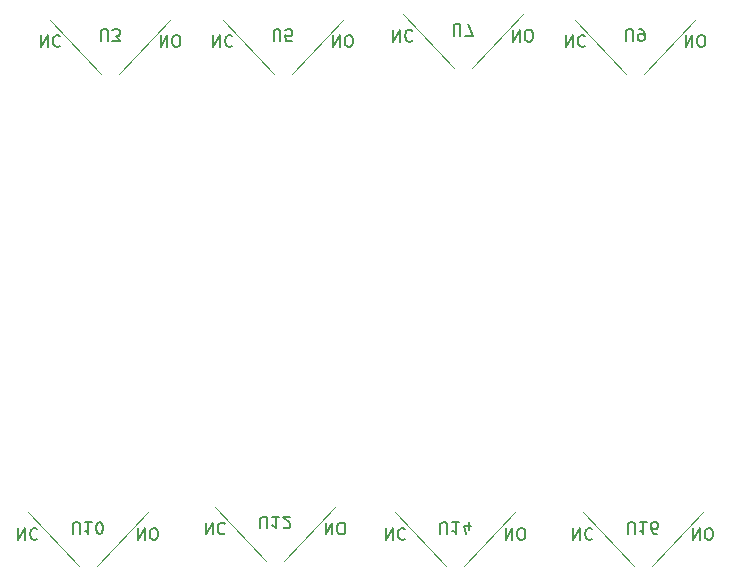
<source format=gbr>
%TF.GenerationSoftware,KiCad,Pcbnew,(6.0.7)*%
%TF.CreationDate,2022-09-05T15:10:35+08:00*%
%TF.ProjectId,6_6,365f362e-6b69-4636-9164-5f7063625858,rev?*%
%TF.SameCoordinates,Original*%
%TF.FileFunction,Legend,Bot*%
%TF.FilePolarity,Positive*%
%FSLAX46Y46*%
G04 Gerber Fmt 4.6, Leading zero omitted, Abs format (unit mm)*
G04 Created by KiCad (PCBNEW (6.0.7)) date 2022-09-05 15:10:35*
%MOMM*%
%LPD*%
G01*
G04 APERTURE LIST*
%ADD10C,0.150000*%
%ADD11C,0.120000*%
G04 APERTURE END LIST*
D10*
%TO.C,U14*%
X74961904Y-94194619D02*
X74961904Y-93385095D01*
X75009523Y-93289857D01*
X75057142Y-93242238D01*
X75152380Y-93194619D01*
X75342857Y-93194619D01*
X75438095Y-93242238D01*
X75485714Y-93289857D01*
X75533333Y-93385095D01*
X75533333Y-94194619D01*
X76533333Y-93194619D02*
X75961904Y-93194619D01*
X76247619Y-93194619D02*
X76247619Y-94194619D01*
X76152380Y-94051761D01*
X76057142Y-93956523D01*
X75961904Y-93908904D01*
X77390476Y-93861285D02*
X77390476Y-93194619D01*
X77152380Y-94242238D02*
X76914285Y-93527952D01*
X77533333Y-93527952D01*
X80470476Y-93702619D02*
X80470476Y-94702619D01*
X81041904Y-93702619D01*
X81041904Y-94702619D01*
X81708571Y-94702619D02*
X81899047Y-94702619D01*
X81994285Y-94655000D01*
X82089523Y-94559761D01*
X82137142Y-94369285D01*
X82137142Y-94035952D01*
X82089523Y-93845476D01*
X81994285Y-93750238D01*
X81899047Y-93702619D01*
X81708571Y-93702619D01*
X81613333Y-93750238D01*
X81518095Y-93845476D01*
X81470476Y-94035952D01*
X81470476Y-94369285D01*
X81518095Y-94559761D01*
X81613333Y-94655000D01*
X81708571Y-94702619D01*
X70334285Y-93702619D02*
X70334285Y-94702619D01*
X70905714Y-93702619D01*
X70905714Y-94702619D01*
X71953333Y-93797857D02*
X71905714Y-93750238D01*
X71762857Y-93702619D01*
X71667619Y-93702619D01*
X71524761Y-93750238D01*
X71429523Y-93845476D01*
X71381904Y-93940714D01*
X71334285Y-94131190D01*
X71334285Y-94274047D01*
X71381904Y-94464523D01*
X71429523Y-94559761D01*
X71524761Y-94655000D01*
X71667619Y-94702619D01*
X71762857Y-94702619D01*
X71905714Y-94655000D01*
X71953333Y-94607380D01*
%TO.C,U5*%
X60833095Y-52459619D02*
X60833095Y-51650095D01*
X60880714Y-51554857D01*
X60928333Y-51507238D01*
X61023571Y-51459619D01*
X61214047Y-51459619D01*
X61309285Y-51507238D01*
X61356904Y-51554857D01*
X61404523Y-51650095D01*
X61404523Y-52459619D01*
X62356904Y-52459619D02*
X61880714Y-52459619D01*
X61833095Y-51983428D01*
X61880714Y-52031047D01*
X61975952Y-52078666D01*
X62214047Y-52078666D01*
X62309285Y-52031047D01*
X62356904Y-51983428D01*
X62404523Y-51888190D01*
X62404523Y-51650095D01*
X62356904Y-51554857D01*
X62309285Y-51507238D01*
X62214047Y-51459619D01*
X61975952Y-51459619D01*
X61880714Y-51507238D01*
X61833095Y-51554857D01*
X65865476Y-51967619D02*
X65865476Y-52967619D01*
X66436904Y-51967619D01*
X66436904Y-52967619D01*
X67103571Y-52967619D02*
X67294047Y-52967619D01*
X67389285Y-52920000D01*
X67484523Y-52824761D01*
X67532142Y-52634285D01*
X67532142Y-52300952D01*
X67484523Y-52110476D01*
X67389285Y-52015238D01*
X67294047Y-51967619D01*
X67103571Y-51967619D01*
X67008333Y-52015238D01*
X66913095Y-52110476D01*
X66865476Y-52300952D01*
X66865476Y-52634285D01*
X66913095Y-52824761D01*
X67008333Y-52920000D01*
X67103571Y-52967619D01*
X55729285Y-51967619D02*
X55729285Y-52967619D01*
X56300714Y-51967619D01*
X56300714Y-52967619D01*
X57348333Y-52062857D02*
X57300714Y-52015238D01*
X57157857Y-51967619D01*
X57062619Y-51967619D01*
X56919761Y-52015238D01*
X56824523Y-52110476D01*
X56776904Y-52205714D01*
X56729285Y-52396190D01*
X56729285Y-52539047D01*
X56776904Y-52729523D01*
X56824523Y-52824761D01*
X56919761Y-52920000D01*
X57062619Y-52967619D01*
X57157857Y-52967619D01*
X57300714Y-52920000D01*
X57348333Y-52872380D01*
%TO.C,U9*%
X90678095Y-52459619D02*
X90678095Y-51650095D01*
X90725714Y-51554857D01*
X90773333Y-51507238D01*
X90868571Y-51459619D01*
X91059047Y-51459619D01*
X91154285Y-51507238D01*
X91201904Y-51554857D01*
X91249523Y-51650095D01*
X91249523Y-52459619D01*
X91773333Y-51459619D02*
X91963809Y-51459619D01*
X92059047Y-51507238D01*
X92106666Y-51554857D01*
X92201904Y-51697714D01*
X92249523Y-51888190D01*
X92249523Y-52269142D01*
X92201904Y-52364380D01*
X92154285Y-52412000D01*
X92059047Y-52459619D01*
X91868571Y-52459619D01*
X91773333Y-52412000D01*
X91725714Y-52364380D01*
X91678095Y-52269142D01*
X91678095Y-52031047D01*
X91725714Y-51935809D01*
X91773333Y-51888190D01*
X91868571Y-51840571D01*
X92059047Y-51840571D01*
X92154285Y-51888190D01*
X92201904Y-51935809D01*
X92249523Y-52031047D01*
X85574285Y-51967619D02*
X85574285Y-52967619D01*
X86145714Y-51967619D01*
X86145714Y-52967619D01*
X87193333Y-52062857D02*
X87145714Y-52015238D01*
X87002857Y-51967619D01*
X86907619Y-51967619D01*
X86764761Y-52015238D01*
X86669523Y-52110476D01*
X86621904Y-52205714D01*
X86574285Y-52396190D01*
X86574285Y-52539047D01*
X86621904Y-52729523D01*
X86669523Y-52824761D01*
X86764761Y-52920000D01*
X86907619Y-52967619D01*
X87002857Y-52967619D01*
X87145714Y-52920000D01*
X87193333Y-52872380D01*
X95710476Y-51967619D02*
X95710476Y-52967619D01*
X96281904Y-51967619D01*
X96281904Y-52967619D01*
X96948571Y-52967619D02*
X97139047Y-52967619D01*
X97234285Y-52920000D01*
X97329523Y-52824761D01*
X97377142Y-52634285D01*
X97377142Y-52300952D01*
X97329523Y-52110476D01*
X97234285Y-52015238D01*
X97139047Y-51967619D01*
X96948571Y-51967619D01*
X96853333Y-52015238D01*
X96758095Y-52110476D01*
X96710476Y-52300952D01*
X96710476Y-52634285D01*
X96758095Y-52824761D01*
X96853333Y-52920000D01*
X96948571Y-52967619D01*
%TO.C,U12*%
X59721904Y-93734619D02*
X59721904Y-92925095D01*
X59769523Y-92829857D01*
X59817142Y-92782238D01*
X59912380Y-92734619D01*
X60102857Y-92734619D01*
X60198095Y-92782238D01*
X60245714Y-92829857D01*
X60293333Y-92925095D01*
X60293333Y-93734619D01*
X61293333Y-92734619D02*
X60721904Y-92734619D01*
X61007619Y-92734619D02*
X61007619Y-93734619D01*
X60912380Y-93591761D01*
X60817142Y-93496523D01*
X60721904Y-93448904D01*
X61674285Y-93639380D02*
X61721904Y-93687000D01*
X61817142Y-93734619D01*
X62055238Y-93734619D01*
X62150476Y-93687000D01*
X62198095Y-93639380D01*
X62245714Y-93544142D01*
X62245714Y-93448904D01*
X62198095Y-93306047D01*
X61626666Y-92734619D01*
X62245714Y-92734619D01*
X55094285Y-93242619D02*
X55094285Y-94242619D01*
X55665714Y-93242619D01*
X55665714Y-94242619D01*
X56713333Y-93337857D02*
X56665714Y-93290238D01*
X56522857Y-93242619D01*
X56427619Y-93242619D01*
X56284761Y-93290238D01*
X56189523Y-93385476D01*
X56141904Y-93480714D01*
X56094285Y-93671190D01*
X56094285Y-93814047D01*
X56141904Y-94004523D01*
X56189523Y-94099761D01*
X56284761Y-94195000D01*
X56427619Y-94242619D01*
X56522857Y-94242619D01*
X56665714Y-94195000D01*
X56713333Y-94147380D01*
X65230476Y-93242619D02*
X65230476Y-94242619D01*
X65801904Y-93242619D01*
X65801904Y-94242619D01*
X66468571Y-94242619D02*
X66659047Y-94242619D01*
X66754285Y-94195000D01*
X66849523Y-94099761D01*
X66897142Y-93909285D01*
X66897142Y-93575952D01*
X66849523Y-93385476D01*
X66754285Y-93290238D01*
X66659047Y-93242619D01*
X66468571Y-93242619D01*
X66373333Y-93290238D01*
X66278095Y-93385476D01*
X66230476Y-93575952D01*
X66230476Y-93909285D01*
X66278095Y-94099761D01*
X66373333Y-94195000D01*
X66468571Y-94242619D01*
%TO.C,U7*%
X76073095Y-51999619D02*
X76073095Y-51190095D01*
X76120714Y-51094857D01*
X76168333Y-51047238D01*
X76263571Y-50999619D01*
X76454047Y-50999619D01*
X76549285Y-51047238D01*
X76596904Y-51094857D01*
X76644523Y-51190095D01*
X76644523Y-51999619D01*
X77025476Y-51999619D02*
X77692142Y-51999619D01*
X77263571Y-50999619D01*
X70969285Y-51507619D02*
X70969285Y-52507619D01*
X71540714Y-51507619D01*
X71540714Y-52507619D01*
X72588333Y-51602857D02*
X72540714Y-51555238D01*
X72397857Y-51507619D01*
X72302619Y-51507619D01*
X72159761Y-51555238D01*
X72064523Y-51650476D01*
X72016904Y-51745714D01*
X71969285Y-51936190D01*
X71969285Y-52079047D01*
X72016904Y-52269523D01*
X72064523Y-52364761D01*
X72159761Y-52460000D01*
X72302619Y-52507619D01*
X72397857Y-52507619D01*
X72540714Y-52460000D01*
X72588333Y-52412380D01*
X81105476Y-51507619D02*
X81105476Y-52507619D01*
X81676904Y-51507619D01*
X81676904Y-52507619D01*
X82343571Y-52507619D02*
X82534047Y-52507619D01*
X82629285Y-52460000D01*
X82724523Y-52364761D01*
X82772142Y-52174285D01*
X82772142Y-51840952D01*
X82724523Y-51650476D01*
X82629285Y-51555238D01*
X82534047Y-51507619D01*
X82343571Y-51507619D01*
X82248333Y-51555238D01*
X82153095Y-51650476D01*
X82105476Y-51840952D01*
X82105476Y-52174285D01*
X82153095Y-52364761D01*
X82248333Y-52460000D01*
X82343571Y-52507619D01*
%TO.C,U10*%
X43846904Y-94194619D02*
X43846904Y-93385095D01*
X43894523Y-93289857D01*
X43942142Y-93242238D01*
X44037380Y-93194619D01*
X44227857Y-93194619D01*
X44323095Y-93242238D01*
X44370714Y-93289857D01*
X44418333Y-93385095D01*
X44418333Y-94194619D01*
X45418333Y-93194619D02*
X44846904Y-93194619D01*
X45132619Y-93194619D02*
X45132619Y-94194619D01*
X45037380Y-94051761D01*
X44942142Y-93956523D01*
X44846904Y-93908904D01*
X46037380Y-94194619D02*
X46132619Y-94194619D01*
X46227857Y-94147000D01*
X46275476Y-94099380D01*
X46323095Y-94004142D01*
X46370714Y-93813666D01*
X46370714Y-93575571D01*
X46323095Y-93385095D01*
X46275476Y-93289857D01*
X46227857Y-93242238D01*
X46132619Y-93194619D01*
X46037380Y-93194619D01*
X45942142Y-93242238D01*
X45894523Y-93289857D01*
X45846904Y-93385095D01*
X45799285Y-93575571D01*
X45799285Y-93813666D01*
X45846904Y-94004142D01*
X45894523Y-94099380D01*
X45942142Y-94147000D01*
X46037380Y-94194619D01*
X39219285Y-93702619D02*
X39219285Y-94702619D01*
X39790714Y-93702619D01*
X39790714Y-94702619D01*
X40838333Y-93797857D02*
X40790714Y-93750238D01*
X40647857Y-93702619D01*
X40552619Y-93702619D01*
X40409761Y-93750238D01*
X40314523Y-93845476D01*
X40266904Y-93940714D01*
X40219285Y-94131190D01*
X40219285Y-94274047D01*
X40266904Y-94464523D01*
X40314523Y-94559761D01*
X40409761Y-94655000D01*
X40552619Y-94702619D01*
X40647857Y-94702619D01*
X40790714Y-94655000D01*
X40838333Y-94607380D01*
X49355476Y-93702619D02*
X49355476Y-94702619D01*
X49926904Y-93702619D01*
X49926904Y-94702619D01*
X50593571Y-94702619D02*
X50784047Y-94702619D01*
X50879285Y-94655000D01*
X50974523Y-94559761D01*
X51022142Y-94369285D01*
X51022142Y-94035952D01*
X50974523Y-93845476D01*
X50879285Y-93750238D01*
X50784047Y-93702619D01*
X50593571Y-93702619D01*
X50498333Y-93750238D01*
X50403095Y-93845476D01*
X50355476Y-94035952D01*
X50355476Y-94369285D01*
X50403095Y-94559761D01*
X50498333Y-94655000D01*
X50593571Y-94702619D01*
%TO.C,U3*%
X46228095Y-52459619D02*
X46228095Y-51650095D01*
X46275714Y-51554857D01*
X46323333Y-51507238D01*
X46418571Y-51459619D01*
X46609047Y-51459619D01*
X46704285Y-51507238D01*
X46751904Y-51554857D01*
X46799523Y-51650095D01*
X46799523Y-52459619D01*
X47180476Y-52459619D02*
X47799523Y-52459619D01*
X47466190Y-52078666D01*
X47609047Y-52078666D01*
X47704285Y-52031047D01*
X47751904Y-51983428D01*
X47799523Y-51888190D01*
X47799523Y-51650095D01*
X47751904Y-51554857D01*
X47704285Y-51507238D01*
X47609047Y-51459619D01*
X47323333Y-51459619D01*
X47228095Y-51507238D01*
X47180476Y-51554857D01*
X41124285Y-51967619D02*
X41124285Y-52967619D01*
X41695714Y-51967619D01*
X41695714Y-52967619D01*
X42743333Y-52062857D02*
X42695714Y-52015238D01*
X42552857Y-51967619D01*
X42457619Y-51967619D01*
X42314761Y-52015238D01*
X42219523Y-52110476D01*
X42171904Y-52205714D01*
X42124285Y-52396190D01*
X42124285Y-52539047D01*
X42171904Y-52729523D01*
X42219523Y-52824761D01*
X42314761Y-52920000D01*
X42457619Y-52967619D01*
X42552857Y-52967619D01*
X42695714Y-52920000D01*
X42743333Y-52872380D01*
X51260476Y-51967619D02*
X51260476Y-52967619D01*
X51831904Y-51967619D01*
X51831904Y-52967619D01*
X52498571Y-52967619D02*
X52689047Y-52967619D01*
X52784285Y-52920000D01*
X52879523Y-52824761D01*
X52927142Y-52634285D01*
X52927142Y-52300952D01*
X52879523Y-52110476D01*
X52784285Y-52015238D01*
X52689047Y-51967619D01*
X52498571Y-51967619D01*
X52403333Y-52015238D01*
X52308095Y-52110476D01*
X52260476Y-52300952D01*
X52260476Y-52634285D01*
X52308095Y-52824761D01*
X52403333Y-52920000D01*
X52498571Y-52967619D01*
%TO.C,U16*%
X90836904Y-94194619D02*
X90836904Y-93385095D01*
X90884523Y-93289857D01*
X90932142Y-93242238D01*
X91027380Y-93194619D01*
X91217857Y-93194619D01*
X91313095Y-93242238D01*
X91360714Y-93289857D01*
X91408333Y-93385095D01*
X91408333Y-94194619D01*
X92408333Y-93194619D02*
X91836904Y-93194619D01*
X92122619Y-93194619D02*
X92122619Y-94194619D01*
X92027380Y-94051761D01*
X91932142Y-93956523D01*
X91836904Y-93908904D01*
X93265476Y-94194619D02*
X93075000Y-94194619D01*
X92979761Y-94147000D01*
X92932142Y-94099380D01*
X92836904Y-93956523D01*
X92789285Y-93766047D01*
X92789285Y-93385095D01*
X92836904Y-93289857D01*
X92884523Y-93242238D01*
X92979761Y-93194619D01*
X93170238Y-93194619D01*
X93265476Y-93242238D01*
X93313095Y-93289857D01*
X93360714Y-93385095D01*
X93360714Y-93623190D01*
X93313095Y-93718428D01*
X93265476Y-93766047D01*
X93170238Y-93813666D01*
X92979761Y-93813666D01*
X92884523Y-93766047D01*
X92836904Y-93718428D01*
X92789285Y-93623190D01*
X86209285Y-93702619D02*
X86209285Y-94702619D01*
X86780714Y-93702619D01*
X86780714Y-94702619D01*
X87828333Y-93797857D02*
X87780714Y-93750238D01*
X87637857Y-93702619D01*
X87542619Y-93702619D01*
X87399761Y-93750238D01*
X87304523Y-93845476D01*
X87256904Y-93940714D01*
X87209285Y-94131190D01*
X87209285Y-94274047D01*
X87256904Y-94464523D01*
X87304523Y-94559761D01*
X87399761Y-94655000D01*
X87542619Y-94702619D01*
X87637857Y-94702619D01*
X87780714Y-94655000D01*
X87828333Y-94607380D01*
X96345476Y-93702619D02*
X96345476Y-94702619D01*
X96916904Y-93702619D01*
X96916904Y-94702619D01*
X97583571Y-94702619D02*
X97774047Y-94702619D01*
X97869285Y-94655000D01*
X97964523Y-94559761D01*
X98012142Y-94369285D01*
X98012142Y-94035952D01*
X97964523Y-93845476D01*
X97869285Y-93750238D01*
X97774047Y-93702619D01*
X97583571Y-93702619D01*
X97488333Y-93750238D01*
X97393095Y-93845476D01*
X97345476Y-94035952D01*
X97345476Y-94369285D01*
X97393095Y-94559761D01*
X97488333Y-94655000D01*
X97583571Y-94702619D01*
D11*
%TO.C,U14*%
X75438000Y-96949000D02*
X71120000Y-92377000D01*
X76962000Y-96949000D02*
X81280000Y-92377000D01*
%TO.C,U5*%
X62357000Y-55214000D02*
X66675000Y-50642000D01*
X60833000Y-55214000D02*
X56515000Y-50642000D01*
%TO.C,U9*%
X90678000Y-55214000D02*
X86360000Y-50642000D01*
X92202000Y-55214000D02*
X96520000Y-50642000D01*
%TO.C,U12*%
X61722000Y-96489000D02*
X66040000Y-91917000D01*
X60198000Y-96489000D02*
X55880000Y-91917000D01*
%TO.C,U7*%
X77597000Y-54754000D02*
X81915000Y-50182000D01*
X76073000Y-54754000D02*
X71755000Y-50182000D01*
%TO.C,U10*%
X44323000Y-96949000D02*
X40005000Y-92377000D01*
X45847000Y-96949000D02*
X50165000Y-92377000D01*
%TO.C,U3*%
X46228000Y-55214000D02*
X41910000Y-50642000D01*
X47752000Y-55214000D02*
X52070000Y-50642000D01*
%TO.C,U16*%
X91313000Y-96949000D02*
X86995000Y-92377000D01*
X92837000Y-96949000D02*
X97155000Y-92377000D01*
%TD*%
M02*

</source>
